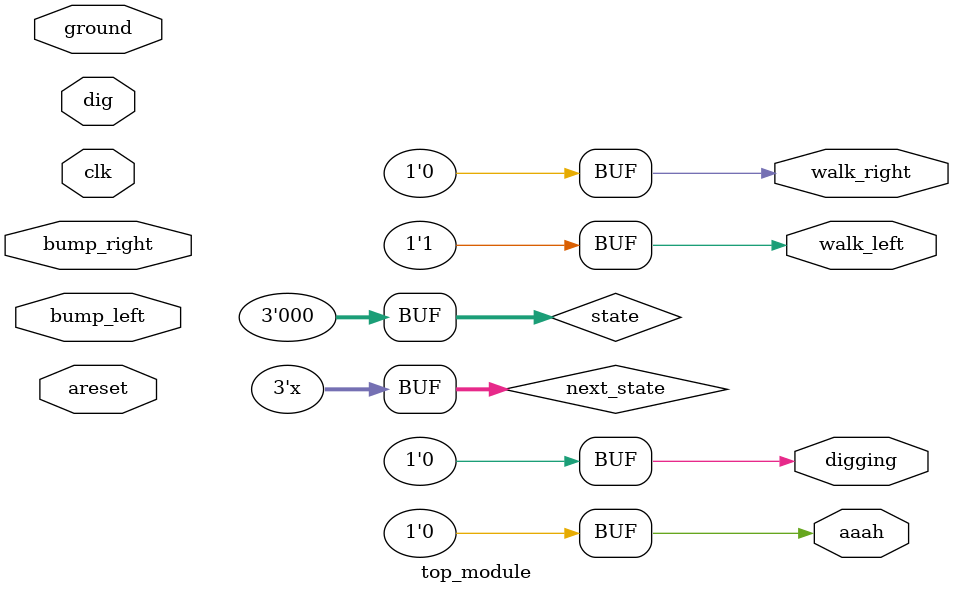
<source format=v>
module top_module(
    input clk,
    input areset,    // Freshly brainwashed Lemmings walk left.
    input bump_left,
    input bump_right,
    input ground,
    input dig,
    output walk_left,
    output walk_right,
    output aaah,
    output digging
); 
    
    parameter LEFT = 3'b000, RIGHT = 3'b001, FALL_L = 3'b010, FALL_R = 3'b011, DIG_L = 3'b100, DIG_R = 3'b101, SPLAT = 3'b110;
    reg [2:0] state, next_state;
    reg [4:0] counter;
    
    always @(*) begin
        case (state)
            LEFT  : next_state = (ground == 1'b0 ? FALL_L : (dig == 1'b1 ? DIG_L : (bump_left == 1'b1 ? RIGHT : LEFT)));
            RIGHT : next_state = (ground == 1'b0 ? FALL_R : (dig == 1'b1 ? DIG_R : (bump_right == 1'b1 ? LEFT : RIGHT)));
            FALL_L: next_state = (ground == 1'b0 ? FALL_L : (counter >= 20 ? SPLAT : LEFT));
            FALL_R: next_state = (ground == 1'b0 ? FALL_R : (counter >= 20 ? SPLAT : RIGHT));
            DIG_L : next_state = (ground == 1'b0 ? FALL_L : DIG_L);
            DIG_R : next_state = (ground == 1'b0 ? FALL_R : DIG_R);
            SPLAT : next_state = SPLAT;
            default: state = LEFT;
        endcase
    end
    
    always @(posedge clk, posedge areset) begin
        if (areset == 1'b1) begin
            counter <= 5'b00000;
            state   <= LEFT;
        end
        else begin
            if (state == FALL_L || state == FALL_R) begin
                counter <= (counter >= 20 ? counter : counter + 5'b00001);
            end
            else begin
                counter <= 5'b00000;
            end
            state <= next_state;
        end
    end
    
    assign walk_left  = (state == LEFT ? 1'b1 : 1'b0);
    assign walk_right = (state == RIGHT ? 1'b1 : 1'b0);
    assign aaah       = (state == FALL_L || state == FALL_R ? 1'b1 : 1'b0);
    assign digging    = (state == DIG_L  || state == DIG_R ? 1'b1 : 1'b0);

endmodule

</source>
